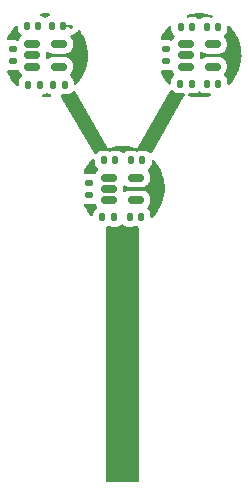
<source format=gbr>
%TF.GenerationSoftware,KiCad,Pcbnew,8.0.8-8.0.8-0~ubuntu22.04.1*%
%TF.CreationDate,2025-03-19T14:37:52-04:00*%
%TF.ProjectId,hpk_5mm,68706b5f-356d-46d2-9e6b-696361645f70,rev?*%
%TF.SameCoordinates,Original*%
%TF.FileFunction,Copper,L1,Top*%
%TF.FilePolarity,Positive*%
%FSLAX46Y46*%
G04 Gerber Fmt 4.6, Leading zero omitted, Abs format (unit mm)*
G04 Created by KiCad (PCBNEW 8.0.8-8.0.8-0~ubuntu22.04.1) date 2025-03-19 14:37:52*
%MOMM*%
%LPD*%
G01*
G04 APERTURE LIST*
G04 Aperture macros list*
%AMRoundRect*
0 Rectangle with rounded corners*
0 $1 Rounding radius*
0 $2 $3 $4 $5 $6 $7 $8 $9 X,Y pos of 4 corners*
0 Add a 4 corners polygon primitive as box body*
4,1,4,$2,$3,$4,$5,$6,$7,$8,$9,$2,$3,0*
0 Add four circle primitives for the rounded corners*
1,1,$1+$1,$2,$3*
1,1,$1+$1,$4,$5*
1,1,$1+$1,$6,$7*
1,1,$1+$1,$8,$9*
0 Add four rect primitives between the rounded corners*
20,1,$1+$1,$2,$3,$4,$5,0*
20,1,$1+$1,$4,$5,$6,$7,0*
20,1,$1+$1,$6,$7,$8,$9,0*
20,1,$1+$1,$8,$9,$2,$3,0*%
G04 Aperture macros list end*
%TA.AperFunction,SMDPad,CuDef*%
%ADD10RoundRect,0.135000X-0.185000X0.135000X-0.185000X-0.135000X0.185000X-0.135000X0.185000X0.135000X0*%
%TD*%
%TA.AperFunction,SMDPad,CuDef*%
%ADD11RoundRect,0.140000X0.140000X0.170000X-0.140000X0.170000X-0.140000X-0.170000X0.140000X-0.170000X0*%
%TD*%
%TA.AperFunction,SMDPad,CuDef*%
%ADD12RoundRect,0.140000X-0.140000X-0.170000X0.140000X-0.170000X0.140000X0.170000X-0.140000X0.170000X0*%
%TD*%
%TA.AperFunction,SMDPad,CuDef*%
%ADD13RoundRect,0.150000X-0.512500X-0.150000X0.512500X-0.150000X0.512500X0.150000X-0.512500X0.150000X0*%
%TD*%
%TA.AperFunction,SMDPad,CuDef*%
%ADD14RoundRect,0.135000X0.135000X0.185000X-0.135000X0.185000X-0.135000X-0.185000X0.135000X-0.185000X0*%
%TD*%
%TA.AperFunction,SMDPad,CuDef*%
%ADD15RoundRect,0.135000X-0.135000X-0.185000X0.135000X-0.185000X0.135000X0.185000X-0.135000X0.185000X0*%
%TD*%
%TA.AperFunction,ViaPad*%
%ADD16C,0.355600*%
%TD*%
%TA.AperFunction,Conductor*%
%ADD17C,0.200000*%
%TD*%
G04 APERTURE END LIST*
D10*
%TO.P,R12,1*%
%TO.N,Net-(C11-Pad2)*%
X143700000Y-80790000D03*
%TO.P,R12,2*%
%TO.N,/sipm_tia3/VOUT*%
X143700000Y-81810000D03*
%TD*%
D11*
%TO.P,C2,1*%
%TO.N,/sipm_tia1/V+*%
X141460000Y-67500000D03*
%TO.P,C2,2*%
%TO.N,GND*%
X140500000Y-67500000D03*
%TD*%
D10*
%TO.P,R8,1*%
%TO.N,Net-(C7-Pad2)*%
X150200000Y-69490000D03*
%TO.P,R8,2*%
%TO.N,/sipm_tia2/VOUT*%
X150200000Y-70510000D03*
%TD*%
D12*
%TO.P,C4,1*%
%TO.N,/sipm_tia1/V-*%
X138420000Y-67500000D03*
%TO.P,C4,2*%
%TO.N,GND*%
X139380000Y-67500000D03*
%TD*%
D13*
%TO.P,U2,1*%
%TO.N,Net-(C7-Pad2)*%
X151862500Y-69050000D03*
%TO.P,U2,2,V-*%
%TO.N,/sipm_tia1/V-*%
X151862500Y-70000000D03*
%TO.P,U2,3,+*%
%TO.N,GND*%
X151862500Y-70950000D03*
%TO.P,U2,4,-*%
%TO.N,Net-(D2-A)*%
X154137500Y-70950000D03*
%TO.P,U2,5,V+*%
%TO.N,/sipm_tia1/V+*%
X154137500Y-69050000D03*
%TD*%
%TO.P,U3,1*%
%TO.N,Net-(C11-Pad2)*%
X145362500Y-80350000D03*
%TO.P,U3,2,V-*%
%TO.N,/sipm_tia1/V-*%
X145362500Y-81300000D03*
%TO.P,U3,3,+*%
%TO.N,GND*%
X145362500Y-82250000D03*
%TO.P,U3,4,-*%
%TO.N,Net-(D3-A)*%
X147637500Y-82250000D03*
%TO.P,U3,5,V+*%
%TO.N,/sipm_tia1/V+*%
X147637500Y-80350000D03*
%TD*%
D14*
%TO.P,R3,1*%
%TO.N,Net-(D1-A)*%
X139510000Y-72500000D03*
%TO.P,R3,2*%
%TO.N,Net-(C3-Pad2)*%
X138490000Y-72500000D03*
%TD*%
D12*
%TO.P,C6,1*%
%TO.N,/sipm_tia1/V+*%
X153620000Y-67600000D03*
%TO.P,C6,2*%
%TO.N,GND*%
X154580000Y-67600000D03*
%TD*%
%TO.P,C8,1*%
%TO.N,/sipm_tia1/V-*%
X151420000Y-67600000D03*
%TO.P,C8,2*%
%TO.N,GND*%
X152380000Y-67600000D03*
%TD*%
%TO.P,C11,1*%
%TO.N,Net-(D3-A)*%
X147120000Y-83700000D03*
%TO.P,C11,2*%
%TO.N,Net-(C11-Pad2)*%
X148080000Y-83700000D03*
%TD*%
%TO.P,C10,1*%
%TO.N,/sipm_tia1/V+*%
X147220000Y-78900000D03*
%TO.P,C10,2*%
%TO.N,GND*%
X148180000Y-78900000D03*
%TD*%
D15*
%TO.P,R11,1*%
%TO.N,Net-(D3-A)*%
X144790000Y-83700000D03*
%TO.P,R11,2*%
%TO.N,Net-(C11-Pad2)*%
X145810000Y-83700000D03*
%TD*%
D12*
%TO.P,C3,1*%
%TO.N,Net-(D1-A)*%
X140640000Y-72500000D03*
%TO.P,C3,2*%
%TO.N,Net-(C3-Pad2)*%
X141600000Y-72500000D03*
%TD*%
D15*
%TO.P,R7,1*%
%TO.N,Net-(D2-A)*%
X151380000Y-72400000D03*
%TO.P,R7,2*%
%TO.N,Net-(C7-Pad2)*%
X152400000Y-72400000D03*
%TD*%
D12*
%TO.P,C7,1*%
%TO.N,Net-(D2-A)*%
X153640000Y-72400000D03*
%TO.P,C7,2*%
%TO.N,Net-(C7-Pad2)*%
X154600000Y-72400000D03*
%TD*%
%TO.P,C12,1*%
%TO.N,/sipm_tia1/V-*%
X144920000Y-78900000D03*
%TO.P,C12,2*%
%TO.N,GND*%
X145880000Y-78900000D03*
%TD*%
D10*
%TO.P,R4,1*%
%TO.N,Net-(C3-Pad2)*%
X137200000Y-69490000D03*
%TO.P,R4,2*%
%TO.N,/sipm_tia1/VOUT*%
X137200000Y-70510000D03*
%TD*%
D13*
%TO.P,U1,1*%
%TO.N,Net-(C3-Pad2)*%
X138862500Y-69050000D03*
%TO.P,U1,2,V-*%
%TO.N,/sipm_tia1/V-*%
X138862500Y-70000000D03*
%TO.P,U1,3,+*%
%TO.N,GND*%
X138862500Y-70950000D03*
%TO.P,U1,4,-*%
%TO.N,Net-(D1-A)*%
X141137500Y-70950000D03*
%TO.P,U1,5,V+*%
%TO.N,/sipm_tia1/V+*%
X141137500Y-69050000D03*
%TD*%
D16*
%TO.N,/sipm_tia1/V+*%
X142113000Y-67564000D03*
%TD*%
D17*
%TO.N,/sipm_tia1/V+*%
X141460000Y-67500000D02*
X142049000Y-67500000D01*
X142049000Y-67500000D02*
X142113000Y-67564000D01*
%TD*%
%TA.AperFunction,Conductor*%
%TO.N,/sipm_tia1/VBIAS*%
G36*
X146509796Y-84321449D02*
G01*
X146554145Y-84349950D01*
X146584307Y-84380112D01*
X146584311Y-84380115D01*
X146584313Y-84380117D01*
X146723605Y-84462494D01*
X146764587Y-84474400D01*
X146879002Y-84507642D01*
X146879005Y-84507642D01*
X146879007Y-84507643D01*
X146915310Y-84510500D01*
X146915318Y-84510500D01*
X147324682Y-84510500D01*
X147324690Y-84510500D01*
X147360993Y-84507643D01*
X147360995Y-84507642D01*
X147360997Y-84507642D01*
X147411618Y-84492935D01*
X147516395Y-84462494D01*
X147536879Y-84450379D01*
X147604601Y-84433196D01*
X147663119Y-84450379D01*
X147683605Y-84462494D01*
X147782486Y-84491221D01*
X147841369Y-84528826D01*
X147870576Y-84592299D01*
X147868928Y-84622211D01*
X147869723Y-84622236D01*
X147869285Y-84636200D01*
X147869285Y-84636201D01*
X147869285Y-84636202D01*
X147870197Y-84640866D01*
X147872500Y-84664654D01*
X147872500Y-106006500D01*
X147852815Y-106073539D01*
X147800011Y-106119294D01*
X147748500Y-106130500D01*
X145251500Y-106130500D01*
X145184461Y-106110815D01*
X145138706Y-106058011D01*
X145127500Y-106006500D01*
X145127500Y-84664655D01*
X145129803Y-84640867D01*
X145130715Y-84636203D01*
X145130713Y-84636198D01*
X145130580Y-84631923D01*
X145129936Y-84626913D01*
X145129883Y-84626924D01*
X145125117Y-84602966D01*
X145129174Y-84602158D01*
X145124150Y-84555413D01*
X145155427Y-84492935D01*
X145183051Y-84470705D01*
X145236882Y-84438869D01*
X145304602Y-84421688D01*
X145363117Y-84438869D01*
X145420607Y-84472869D01*
X145420610Y-84472869D01*
X145420612Y-84472871D01*
X145574791Y-84517664D01*
X145574794Y-84517664D01*
X145574796Y-84517665D01*
X145610819Y-84520500D01*
X146009180Y-84520499D01*
X146045204Y-84517665D01*
X146199393Y-84472869D01*
X146337598Y-84391135D01*
X146378782Y-84349951D01*
X146440105Y-84316465D01*
X146509796Y-84321449D01*
G37*
%TD.AperFunction*%
%TA.AperFunction,Conductor*%
G36*
X149165703Y-78885693D02*
G01*
X149179871Y-78900157D01*
X149354206Y-79109958D01*
X149361629Y-79119857D01*
X149554065Y-79405093D01*
X149560464Y-79415682D01*
X149723515Y-79718674D01*
X149728827Y-79729848D01*
X149860869Y-80047572D01*
X149865042Y-80059220D01*
X149964767Y-80388534D01*
X149967758Y-80400540D01*
X150034168Y-80738155D01*
X150035947Y-80750400D01*
X150068380Y-81092944D01*
X150068930Y-81105304D01*
X150067065Y-81449372D01*
X150066381Y-81461726D01*
X150030236Y-81803903D01*
X150028324Y-81816127D01*
X149958259Y-82152997D01*
X149955138Y-82164970D01*
X149851853Y-82493176D01*
X149847555Y-82504778D01*
X149712073Y-82821062D01*
X149706640Y-82832178D01*
X149540315Y-83133382D01*
X149533801Y-83143902D01*
X149338280Y-83427041D01*
X149330750Y-83436858D01*
X149107998Y-83699090D01*
X149099529Y-83708107D01*
X149070537Y-83736041D01*
X149008602Y-83768381D01*
X148939015Y-83762102D01*
X148883869Y-83719199D01*
X148860673Y-83653292D01*
X148860500Y-83646746D01*
X148860500Y-83465317D01*
X148860499Y-83465302D01*
X148859359Y-83450819D01*
X148857643Y-83429007D01*
X148853514Y-83414796D01*
X148812495Y-83273609D01*
X148812494Y-83273606D01*
X148812494Y-83273605D01*
X148730117Y-83134313D01*
X148730115Y-83134311D01*
X148730112Y-83134307D01*
X148620556Y-83024751D01*
X148587071Y-82963428D01*
X148592055Y-82893736D01*
X148620553Y-82849392D01*
X148668081Y-82801865D01*
X148751744Y-82660398D01*
X148797598Y-82502569D01*
X148800500Y-82465694D01*
X148800500Y-82034306D01*
X148797598Y-81997431D01*
X148751744Y-81839602D01*
X148668081Y-81698135D01*
X148668079Y-81698133D01*
X148668076Y-81698129D01*
X148551870Y-81581923D01*
X148551862Y-81581917D01*
X148410396Y-81498255D01*
X148410393Y-81498254D01*
X148252573Y-81452402D01*
X148252567Y-81452401D01*
X148215701Y-81449500D01*
X148215694Y-81449500D01*
X147059306Y-81449500D01*
X147059298Y-81449500D01*
X147022432Y-81452401D01*
X147022426Y-81452402D01*
X146864606Y-81498254D01*
X146864603Y-81498255D01*
X146716420Y-81585890D01*
X146715345Y-81584073D01*
X146660448Y-81605620D01*
X146591932Y-81591931D01*
X146541694Y-81543373D01*
X146525500Y-81482104D01*
X146525500Y-81117895D01*
X146545185Y-81050856D01*
X146597989Y-81005101D01*
X146667147Y-80995157D01*
X146715496Y-81015671D01*
X146716420Y-81014110D01*
X146757034Y-81038128D01*
X146864602Y-81101744D01*
X146906224Y-81113836D01*
X147022426Y-81147597D01*
X147022429Y-81147597D01*
X147022431Y-81147598D01*
X147059306Y-81150500D01*
X147059314Y-81150500D01*
X148215686Y-81150500D01*
X148215694Y-81150500D01*
X148252569Y-81147598D01*
X148252571Y-81147597D01*
X148252573Y-81147597D01*
X148294191Y-81135505D01*
X148410398Y-81101744D01*
X148551865Y-81018081D01*
X148668081Y-80901865D01*
X148751744Y-80760398D01*
X148797598Y-80602569D01*
X148800500Y-80565694D01*
X148800500Y-80134306D01*
X148797598Y-80097431D01*
X148784776Y-80053299D01*
X148751745Y-79939606D01*
X148751744Y-79939603D01*
X148751744Y-79939602D01*
X148668081Y-79798135D01*
X148668079Y-79798133D01*
X148668076Y-79798129D01*
X148661813Y-79791866D01*
X148628328Y-79730543D01*
X148633312Y-79660851D01*
X148675184Y-79604918D01*
X148686365Y-79597457D01*
X148715687Y-79580117D01*
X148830117Y-79465687D01*
X148912494Y-79326395D01*
X148957643Y-79170993D01*
X148960500Y-79134690D01*
X148960500Y-78979406D01*
X148980185Y-78912367D01*
X149032989Y-78866612D01*
X149102147Y-78856668D01*
X149165703Y-78885693D01*
G37*
%TD.AperFunction*%
%TA.AperFunction,Conductor*%
G36*
X144156407Y-82548423D02*
G01*
X144215077Y-82586365D01*
X144240209Y-82632703D01*
X144248255Y-82660396D01*
X144331919Y-82801866D01*
X144333925Y-82804452D01*
X144334865Y-82806847D01*
X144335890Y-82808580D01*
X144335610Y-82808745D01*
X144359459Y-82869490D01*
X144345777Y-82938007D01*
X144299066Y-82987182D01*
X144262402Y-83008865D01*
X144262396Y-83008869D01*
X144148869Y-83122396D01*
X144148863Y-83122404D01*
X144067131Y-83260606D01*
X144067129Y-83260611D01*
X144022335Y-83414791D01*
X144022334Y-83414797D01*
X144019500Y-83450811D01*
X144019500Y-83511675D01*
X143999815Y-83578714D01*
X143947011Y-83624469D01*
X143877853Y-83634413D01*
X143814297Y-83605388D01*
X143800994Y-83591954D01*
X143669234Y-83436842D01*
X143661715Y-83427037D01*
X143466202Y-83143906D01*
X143459688Y-83133388D01*
X143453623Y-83122404D01*
X143293351Y-82832162D01*
X143287930Y-82821070D01*
X143254075Y-82742036D01*
X143245774Y-82672665D01*
X143276296Y-82609814D01*
X143335952Y-82573443D01*
X143402652Y-82574136D01*
X143414796Y-82577665D01*
X143450819Y-82580500D01*
X143949180Y-82580499D01*
X143985204Y-82577665D01*
X144086540Y-82548224D01*
X144156407Y-82548423D01*
G37*
%TD.AperFunction*%
%TA.AperFunction,Conductor*%
G36*
X144059735Y-78755131D02*
G01*
X144115341Y-78797436D01*
X144139249Y-78863088D01*
X144139500Y-78870973D01*
X144139500Y-79134697D01*
X144142356Y-79170991D01*
X144142357Y-79170997D01*
X144187504Y-79326390D01*
X144187505Y-79326393D01*
X144269881Y-79465684D01*
X144269887Y-79465692D01*
X144379443Y-79575248D01*
X144412928Y-79636571D01*
X144407944Y-79706263D01*
X144379443Y-79750610D01*
X144331923Y-79798129D01*
X144331917Y-79798137D01*
X144248255Y-79939603D01*
X144248253Y-79939606D01*
X144240210Y-79967294D01*
X144202604Y-80026180D01*
X144139131Y-80055386D01*
X144086539Y-80051775D01*
X143985208Y-80022335D01*
X143985202Y-80022334D01*
X143949181Y-80019500D01*
X143450830Y-80019500D01*
X143450808Y-80019501D01*
X143414798Y-80022334D01*
X143401561Y-80026180D01*
X143361551Y-80037803D01*
X143291683Y-80037604D01*
X143233013Y-79999661D01*
X143204170Y-79936023D01*
X143212452Y-79871142D01*
X143271175Y-79729840D01*
X143276484Y-79718674D01*
X143439542Y-79415667D01*
X143445928Y-79405101D01*
X143638374Y-79119851D01*
X143645786Y-79109966D01*
X143865714Y-78845297D01*
X143874040Y-78836238D01*
X143928506Y-78782610D01*
X143990084Y-78749606D01*
X144059735Y-78755131D01*
G37*
%TD.AperFunction*%
%TA.AperFunction,Conductor*%
G36*
X150729991Y-72969964D02*
G01*
X150741019Y-72979753D01*
X150852396Y-73091130D01*
X150852400Y-73091133D01*
X150852402Y-73091135D01*
X150990607Y-73172869D01*
X151015538Y-73180112D01*
X151144791Y-73217664D01*
X151144794Y-73217664D01*
X151144796Y-73217665D01*
X151180819Y-73220500D01*
X151579180Y-73220499D01*
X151615204Y-73217665D01*
X151620590Y-73216100D01*
X151690460Y-73216299D01*
X151749130Y-73254241D01*
X151777974Y-73317879D01*
X151767833Y-73387009D01*
X151744348Y-73421351D01*
X151742070Y-73423707D01*
X151728760Y-73446759D01*
X151727487Y-73448913D01*
X151709432Y-73478771D01*
X151706494Y-73485324D01*
X148959561Y-78243009D01*
X148908994Y-78291224D01*
X148840386Y-78304446D01*
X148775522Y-78278478D01*
X148764494Y-78268689D01*
X148715692Y-78219887D01*
X148715684Y-78219881D01*
X148625930Y-78166801D01*
X148576395Y-78137506D01*
X148576394Y-78137505D01*
X148576393Y-78137505D01*
X148576390Y-78137504D01*
X148420997Y-78092357D01*
X148420991Y-78092356D01*
X148384697Y-78089500D01*
X148384690Y-78089500D01*
X147975310Y-78089500D01*
X147975302Y-78089500D01*
X147939008Y-78092356D01*
X147939002Y-78092357D01*
X147783608Y-78137504D01*
X147783602Y-78137506D01*
X147763120Y-78149620D01*
X147695396Y-78166801D01*
X147636880Y-78149620D01*
X147616397Y-78137506D01*
X147616391Y-78137504D01*
X147460997Y-78092357D01*
X147460991Y-78092356D01*
X147424697Y-78089500D01*
X147424690Y-78089500D01*
X147015310Y-78089500D01*
X147015302Y-78089500D01*
X146979008Y-78092356D01*
X146979002Y-78092357D01*
X146823609Y-78137504D01*
X146823606Y-78137505D01*
X146684315Y-78219881D01*
X146684307Y-78219887D01*
X146637681Y-78266514D01*
X146576358Y-78299999D01*
X146506666Y-78295015D01*
X146462319Y-78266514D01*
X146415692Y-78219887D01*
X146415684Y-78219881D01*
X146325930Y-78166801D01*
X146276395Y-78137506D01*
X146276394Y-78137505D01*
X146276393Y-78137505D01*
X146276390Y-78137504D01*
X146120997Y-78092357D01*
X146120991Y-78092356D01*
X146084697Y-78089500D01*
X146084690Y-78089500D01*
X145675310Y-78089500D01*
X145675302Y-78089500D01*
X145639008Y-78092356D01*
X145639002Y-78092357D01*
X145483608Y-78137504D01*
X145483602Y-78137506D01*
X145463120Y-78149620D01*
X145395396Y-78166801D01*
X145336880Y-78149620D01*
X145316397Y-78137506D01*
X145316391Y-78137504D01*
X145160997Y-78092357D01*
X145160991Y-78092356D01*
X145124697Y-78089500D01*
X145124690Y-78089500D01*
X144715310Y-78089500D01*
X144715302Y-78089500D01*
X144679008Y-78092356D01*
X144679002Y-78092357D01*
X144523609Y-78137504D01*
X144523606Y-78137505D01*
X144384315Y-78219881D01*
X144384311Y-78219884D01*
X144272107Y-78332088D01*
X144210784Y-78365572D01*
X144141092Y-78360588D01*
X144085159Y-78318716D01*
X144077040Y-78306407D01*
X144073340Y-78299999D01*
X141414420Y-73694748D01*
X141299959Y-73496501D01*
X141283485Y-73428601D01*
X141306337Y-73362574D01*
X141361257Y-73319383D01*
X141407345Y-73310500D01*
X141804682Y-73310500D01*
X141804690Y-73310500D01*
X141840993Y-73307643D01*
X141840995Y-73307642D01*
X141840997Y-73307642D01*
X141892771Y-73292600D01*
X141996395Y-73262494D01*
X142135687Y-73180117D01*
X142250117Y-73065687D01*
X142262889Y-73044089D01*
X142313955Y-72996406D01*
X142382696Y-72983899D01*
X142447287Y-73010543D01*
X142477008Y-73045207D01*
X145206495Y-77772677D01*
X145209436Y-77779235D01*
X145227470Y-77809057D01*
X145228748Y-77811220D01*
X145242070Y-77834293D01*
X145243834Y-77836119D01*
X145243837Y-77836121D01*
X145243838Y-77836122D01*
X145260165Y-77846775D01*
X145267884Y-77852243D01*
X145280385Y-77861835D01*
X145285416Y-77864316D01*
X145290216Y-77867052D01*
X145292581Y-77867925D01*
X145292582Y-77867926D01*
X145304900Y-77869527D01*
X145320985Y-77872712D01*
X145329379Y-77874962D01*
X145329384Y-77874961D01*
X145341571Y-77875760D01*
X145341559Y-77875932D01*
X145345063Y-77875929D01*
X145350294Y-77875430D01*
X145350295Y-77875429D01*
X145350299Y-77875430D01*
X145355341Y-77873761D01*
X145378112Y-77868544D01*
X145379668Y-77868340D01*
X145379672Y-77868337D01*
X145389052Y-77865153D01*
X145403218Y-77859184D01*
X145686341Y-77779651D01*
X145697330Y-77777098D01*
X146006789Y-77719964D01*
X146017986Y-77718420D01*
X146331363Y-77689733D01*
X146342667Y-77689218D01*
X146657333Y-77689218D01*
X146668636Y-77689734D01*
X146982018Y-77718420D01*
X146993195Y-77719960D01*
X147302657Y-77777096D01*
X147313672Y-77779655D01*
X147572069Y-77852243D01*
X147596767Y-77859181D01*
X147610971Y-77865165D01*
X147620327Y-77868341D01*
X147620328Y-77868341D01*
X147620330Y-77868342D01*
X147621883Y-77868546D01*
X147644643Y-77873759D01*
X147649699Y-77875432D01*
X147649701Y-77875431D01*
X147649702Y-77875432D01*
X147654934Y-77875931D01*
X147658442Y-77875934D01*
X147658431Y-77875761D01*
X147670613Y-77874962D01*
X147670619Y-77874963D01*
X147679003Y-77872716D01*
X147695092Y-77869530D01*
X147707416Y-77867928D01*
X147707417Y-77867927D01*
X147707419Y-77867927D01*
X147709774Y-77867057D01*
X147714595Y-77864309D01*
X147719604Y-77861838D01*
X147719613Y-77861836D01*
X147732106Y-77852249D01*
X147739820Y-77846784D01*
X147756160Y-77836124D01*
X147756162Y-77836121D01*
X147757930Y-77834291D01*
X147759852Y-77830960D01*
X147759855Y-77830959D01*
X147771311Y-77811115D01*
X147772528Y-77809057D01*
X147786279Y-77786321D01*
X147786279Y-77786319D01*
X147790573Y-77779220D01*
X147793510Y-77772665D01*
X150545954Y-73005430D01*
X150596519Y-72957218D01*
X150665126Y-72943996D01*
X150729991Y-72969964D01*
G37*
%TD.AperFunction*%
%TA.AperFunction,Conductor*%
G36*
X140143391Y-73203228D02*
G01*
X140172595Y-73220499D01*
X140243605Y-73262494D01*
X140279312Y-73272868D01*
X140402045Y-73308526D01*
X140460931Y-73346132D01*
X140490137Y-73409605D01*
X140480391Y-73478791D01*
X140434787Y-73531726D01*
X140375111Y-73551365D01*
X140043136Y-73571914D01*
X140030362Y-73572046D01*
X139772099Y-73561387D01*
X139705928Y-73538954D01*
X139662389Y-73484308D01*
X139655306Y-73414799D01*
X139686927Y-73352494D01*
X139742618Y-73318415D01*
X139745197Y-73317665D01*
X139745204Y-73317665D01*
X139899393Y-73272869D01*
X140017150Y-73203227D01*
X140084873Y-73186045D01*
X140143391Y-73203228D01*
G37*
%TD.AperFunction*%
%TA.AperFunction,Conductor*%
G36*
X153064793Y-73056446D02*
G01*
X153096820Y-73077044D01*
X153098147Y-73075334D01*
X153104310Y-73080114D01*
X153104313Y-73080117D01*
X153243605Y-73162494D01*
X153279312Y-73172868D01*
X153399002Y-73207642D01*
X153399005Y-73207642D01*
X153399007Y-73207643D01*
X153435310Y-73210500D01*
X153435318Y-73210500D01*
X153844682Y-73210500D01*
X153844690Y-73210500D01*
X153856082Y-73209603D01*
X153924458Y-73223966D01*
X153974216Y-73273017D01*
X153989556Y-73341181D01*
X153965609Y-73406819D01*
X153909976Y-73449090D01*
X153896176Y-73453446D01*
X153701417Y-73502635D01*
X153688886Y-73505121D01*
X153337325Y-73556212D01*
X153324605Y-73557396D01*
X152969637Y-73572046D01*
X152956863Y-73571914D01*
X152602287Y-73549966D01*
X152589594Y-73548521D01*
X152239156Y-73490208D01*
X152226679Y-73487465D01*
X152132799Y-73461689D01*
X152073364Y-73424957D01*
X152043222Y-73361923D01*
X152051945Y-73292600D01*
X152096761Y-73238997D01*
X152163443Y-73218133D01*
X152175352Y-73218495D01*
X152200819Y-73220500D01*
X152599180Y-73220499D01*
X152635204Y-73217665D01*
X152789393Y-73172869D01*
X152927598Y-73091135D01*
X152933781Y-73084951D01*
X152995101Y-73051465D01*
X153064793Y-73056446D01*
G37*
%TD.AperFunction*%
%TA.AperFunction,Conductor*%
G36*
X137656407Y-71248423D02*
G01*
X137715077Y-71286365D01*
X137740209Y-71332703D01*
X137748255Y-71360396D01*
X137748256Y-71360398D01*
X137785681Y-71423681D01*
X137831917Y-71501862D01*
X137831923Y-71501870D01*
X137948129Y-71618076D01*
X137952469Y-71621442D01*
X137993380Y-71678082D01*
X137997175Y-71747848D01*
X137964158Y-71807108D01*
X137848866Y-71922400D01*
X137848863Y-71922404D01*
X137767131Y-72060606D01*
X137767129Y-72060611D01*
X137722335Y-72214791D01*
X137722334Y-72214797D01*
X137719500Y-72250811D01*
X137719500Y-72465572D01*
X137699815Y-72532611D01*
X137647011Y-72578366D01*
X137577853Y-72588310D01*
X137514297Y-72559285D01*
X137509829Y-72555218D01*
X137406617Y-72456582D01*
X137397848Y-72447292D01*
X137167631Y-72176723D01*
X137159864Y-72166579D01*
X137085801Y-72058768D01*
X136958698Y-71873746D01*
X136952028Y-71862876D01*
X136782055Y-71550893D01*
X136776535Y-71539387D01*
X136771749Y-71527933D01*
X136732918Y-71434997D01*
X136725235Y-71365551D01*
X136756317Y-71302976D01*
X136816296Y-71267139D01*
X136881927Y-71268116D01*
X136914791Y-71277664D01*
X136914794Y-71277664D01*
X136914796Y-71277665D01*
X136950819Y-71280500D01*
X137449180Y-71280499D01*
X137485204Y-71277665D01*
X137586540Y-71248224D01*
X137656407Y-71248423D01*
G37*
%TD.AperFunction*%
%TA.AperFunction,Conductor*%
G36*
X155565703Y-67519747D02*
G01*
X155576233Y-67530028D01*
X155710104Y-67677238D01*
X155759041Y-67731052D01*
X155767137Y-67740933D01*
X155977847Y-68026966D01*
X155984881Y-68037622D01*
X156137607Y-68297189D01*
X156165048Y-68343826D01*
X156170949Y-68355154D01*
X156183154Y-68381853D01*
X156318645Y-68678248D01*
X156323351Y-68690124D01*
X156356382Y-68787927D01*
X156417882Y-68970028D01*
X156437024Y-69026705D01*
X156440483Y-69039003D01*
X156518924Y-69385502D01*
X156521099Y-69398091D01*
X156563473Y-69750816D01*
X156564341Y-69763561D01*
X156570200Y-70118764D01*
X156569753Y-70131532D01*
X156539032Y-70485470D01*
X156537273Y-70498122D01*
X156470302Y-70847014D01*
X156467251Y-70859419D01*
X156374949Y-71165694D01*
X156364742Y-71199561D01*
X156360430Y-71211587D01*
X156223464Y-71539387D01*
X156217938Y-71550905D01*
X156047976Y-71862867D01*
X156041297Y-71873751D01*
X156041296Y-71873755D01*
X156041295Y-71873756D01*
X155840134Y-72166580D01*
X155832367Y-72176722D01*
X155602147Y-72447296D01*
X155593381Y-72456584D01*
X155590174Y-72459649D01*
X155528109Y-72491738D01*
X155458548Y-72485177D01*
X155403576Y-72442051D01*
X155380647Y-72376050D01*
X155380500Y-72370006D01*
X155380500Y-72165317D01*
X155380499Y-72165302D01*
X155379359Y-72150819D01*
X155377643Y-72129007D01*
X155376383Y-72124671D01*
X155332495Y-71973609D01*
X155332494Y-71973606D01*
X155332494Y-71973605D01*
X155250117Y-71834313D01*
X155250115Y-71834311D01*
X155250112Y-71834307D01*
X155130556Y-71714751D01*
X155097071Y-71653428D01*
X155102055Y-71583736D01*
X155130556Y-71539389D01*
X155168081Y-71501865D01*
X155251744Y-71360398D01*
X155297598Y-71202569D01*
X155300500Y-71165694D01*
X155300500Y-70734306D01*
X155297598Y-70697431D01*
X155251744Y-70539602D01*
X155168081Y-70398135D01*
X155168079Y-70398133D01*
X155168076Y-70398129D01*
X155051870Y-70281923D01*
X155051862Y-70281917D01*
X154910396Y-70198255D01*
X154910393Y-70198254D01*
X154752573Y-70152402D01*
X154752567Y-70152401D01*
X154715701Y-70149500D01*
X154715694Y-70149500D01*
X153559306Y-70149500D01*
X153559298Y-70149500D01*
X153522432Y-70152401D01*
X153522426Y-70152402D01*
X153364606Y-70198254D01*
X153364603Y-70198255D01*
X153216420Y-70285890D01*
X153215345Y-70284073D01*
X153160448Y-70305620D01*
X153091932Y-70291931D01*
X153041694Y-70243373D01*
X153025500Y-70182104D01*
X153025500Y-69817895D01*
X153045185Y-69750856D01*
X153097989Y-69705101D01*
X153167147Y-69695157D01*
X153215496Y-69715671D01*
X153216420Y-69714110D01*
X153257034Y-69738128D01*
X153364602Y-69801744D01*
X153406224Y-69813836D01*
X153522426Y-69847597D01*
X153522429Y-69847597D01*
X153522431Y-69847598D01*
X153559306Y-69850500D01*
X153559314Y-69850500D01*
X154715686Y-69850500D01*
X154715694Y-69850500D01*
X154752569Y-69847598D01*
X154752571Y-69847597D01*
X154752573Y-69847597D01*
X154854806Y-69817895D01*
X154910398Y-69801744D01*
X155051865Y-69718081D01*
X155168081Y-69601865D01*
X155251744Y-69460398D01*
X155297598Y-69302569D01*
X155300500Y-69265694D01*
X155300500Y-68834306D01*
X155297598Y-68797431D01*
X155294837Y-68787928D01*
X155251745Y-68639606D01*
X155251744Y-68639603D01*
X155251744Y-68639602D01*
X155168081Y-68498135D01*
X155168079Y-68498133D01*
X155168076Y-68498129D01*
X155120557Y-68450610D01*
X155087072Y-68389287D01*
X155092056Y-68319595D01*
X155120557Y-68275248D01*
X155230112Y-68165692D01*
X155230117Y-68165687D01*
X155312494Y-68026395D01*
X155357643Y-67870993D01*
X155360500Y-67834690D01*
X155360500Y-67613460D01*
X155380185Y-67546421D01*
X155432989Y-67500666D01*
X155502147Y-67490722D01*
X155565703Y-67519747D01*
G37*
%TD.AperFunction*%
%TA.AperFunction,Conductor*%
G36*
X142880068Y-67896113D02*
G01*
X142894428Y-67911915D01*
X142944824Y-67978010D01*
X142952035Y-67988551D01*
X143008635Y-68081207D01*
X143137238Y-68291734D01*
X143143327Y-68302965D01*
X143296346Y-68623579D01*
X143301247Y-68635376D01*
X143420467Y-68970028D01*
X143424129Y-68982268D01*
X143508287Y-69327430D01*
X143510669Y-69339980D01*
X143558867Y-69691946D01*
X143559946Y-69704675D01*
X143571675Y-70059737D01*
X143571439Y-70072510D01*
X143546574Y-70426909D01*
X143545024Y-70439590D01*
X143483830Y-70789529D01*
X143480985Y-70801982D01*
X143384108Y-71143784D01*
X143379996Y-71155879D01*
X143248468Y-71485898D01*
X143243133Y-71497506D01*
X143078350Y-71812234D01*
X143071849Y-71823231D01*
X142875560Y-72119335D01*
X142867963Y-72129605D01*
X142642246Y-72403948D01*
X142633632Y-72413382D01*
X142591642Y-72454860D01*
X142530114Y-72487969D01*
X142460455Y-72482557D01*
X142404779Y-72440343D01*
X142380764Y-72374730D01*
X142380500Y-72366643D01*
X142380500Y-72265317D01*
X142380499Y-72265302D01*
X142379359Y-72250819D01*
X142377643Y-72229007D01*
X142373514Y-72214796D01*
X142332495Y-72073609D01*
X142332494Y-72073606D01*
X142332494Y-72073605D01*
X142250117Y-71934313D01*
X142250115Y-71934311D01*
X142250112Y-71934307D01*
X142135692Y-71819887D01*
X142135684Y-71819881D01*
X142093805Y-71795114D01*
X142046122Y-71744045D01*
X142033618Y-71675303D01*
X142060263Y-71610714D01*
X142069236Y-71600709D01*
X142168081Y-71501865D01*
X142251744Y-71360398D01*
X142297598Y-71202569D01*
X142300500Y-71165694D01*
X142300500Y-70734306D01*
X142297598Y-70697431D01*
X142251744Y-70539602D01*
X142168081Y-70398135D01*
X142168079Y-70398133D01*
X142168076Y-70398129D01*
X142051870Y-70281923D01*
X142051862Y-70281917D01*
X141910396Y-70198255D01*
X141910393Y-70198254D01*
X141752573Y-70152402D01*
X141752567Y-70152401D01*
X141715701Y-70149500D01*
X141715694Y-70149500D01*
X140559306Y-70149500D01*
X140559298Y-70149500D01*
X140522432Y-70152401D01*
X140522426Y-70152402D01*
X140364606Y-70198254D01*
X140364603Y-70198255D01*
X140216420Y-70285890D01*
X140215345Y-70284073D01*
X140160448Y-70305620D01*
X140091932Y-70291931D01*
X140041694Y-70243373D01*
X140025500Y-70182104D01*
X140025500Y-69817895D01*
X140045185Y-69750856D01*
X140097989Y-69705101D01*
X140167147Y-69695157D01*
X140215496Y-69715671D01*
X140216420Y-69714110D01*
X140257034Y-69738128D01*
X140364602Y-69801744D01*
X140406224Y-69813836D01*
X140522426Y-69847597D01*
X140522429Y-69847597D01*
X140522431Y-69847598D01*
X140559306Y-69850500D01*
X140559314Y-69850500D01*
X141715686Y-69850500D01*
X141715694Y-69850500D01*
X141752569Y-69847598D01*
X141752571Y-69847597D01*
X141752573Y-69847597D01*
X141854806Y-69817895D01*
X141910398Y-69801744D01*
X142051865Y-69718081D01*
X142168081Y-69601865D01*
X142251744Y-69460398D01*
X142297598Y-69302569D01*
X142300500Y-69265694D01*
X142300500Y-68834306D01*
X142297598Y-68797431D01*
X142294837Y-68787928D01*
X142251745Y-68639606D01*
X142251744Y-68639603D01*
X142251744Y-68639602D01*
X142168081Y-68498135D01*
X142168079Y-68498133D01*
X142168076Y-68498129D01*
X142122980Y-68453033D01*
X142089495Y-68391710D01*
X142094479Y-68322018D01*
X142136351Y-68266085D01*
X142188354Y-68245215D01*
X142188078Y-68244095D01*
X142355291Y-68202881D01*
X142355291Y-68202880D01*
X142355295Y-68202880D01*
X142501148Y-68126330D01*
X142624444Y-68017100D01*
X142693773Y-67916659D01*
X142748054Y-67872670D01*
X142817503Y-67865010D01*
X142880068Y-67896113D01*
G37*
%TD.AperFunction*%
%TA.AperFunction,Conductor*%
G36*
X150656407Y-71248423D02*
G01*
X150715077Y-71286365D01*
X150740209Y-71332703D01*
X150748255Y-71360396D01*
X150748256Y-71360398D01*
X150785681Y-71423681D01*
X150831917Y-71501862D01*
X150831923Y-71501870D01*
X150857986Y-71527933D01*
X150891471Y-71589256D01*
X150886487Y-71658948D01*
X150855610Y-71701040D01*
X150857918Y-71703348D01*
X150738869Y-71822396D01*
X150738863Y-71822404D01*
X150657131Y-71960606D01*
X150657129Y-71960611D01*
X150612335Y-72114791D01*
X150612334Y-72114797D01*
X150609500Y-72150811D01*
X150609500Y-72356765D01*
X150589815Y-72423804D01*
X150537011Y-72469559D01*
X150467853Y-72479503D01*
X150404297Y-72450478D01*
X150398358Y-72444982D01*
X150366372Y-72413386D01*
X150357759Y-72403953D01*
X150132036Y-72129605D01*
X150124438Y-72119334D01*
X149928149Y-71823230D01*
X149921648Y-71812233D01*
X149914569Y-71798713D01*
X149756866Y-71497504D01*
X149751534Y-71485900D01*
X149730274Y-71432558D01*
X149723739Y-71362995D01*
X149755850Y-71300942D01*
X149816413Y-71266100D01*
X149880055Y-71267571D01*
X149914796Y-71277665D01*
X149950819Y-71280500D01*
X150449180Y-71280499D01*
X150485204Y-71277665D01*
X150586540Y-71248224D01*
X150656407Y-71248423D01*
G37*
%TD.AperFunction*%
%TA.AperFunction,Conductor*%
G36*
X137553277Y-67495355D02*
G01*
X137611133Y-67534527D01*
X137638626Y-67598761D01*
X137639500Y-67613460D01*
X137639500Y-67734697D01*
X137642356Y-67770991D01*
X137642357Y-67770997D01*
X137687504Y-67926390D01*
X137687505Y-67926393D01*
X137769881Y-68065684D01*
X137769887Y-68065692D01*
X137884307Y-68180112D01*
X137884316Y-68180119D01*
X137913626Y-68197453D01*
X137961310Y-68248522D01*
X137973813Y-68317264D01*
X137947167Y-68381853D01*
X137938187Y-68391866D01*
X137831920Y-68498133D01*
X137831917Y-68498137D01*
X137748255Y-68639603D01*
X137748253Y-68639606D01*
X137740210Y-68667294D01*
X137702604Y-68726180D01*
X137639131Y-68755386D01*
X137586539Y-68751775D01*
X137485208Y-68722335D01*
X137485202Y-68722334D01*
X137449181Y-68719500D01*
X136950830Y-68719500D01*
X136950808Y-68719501D01*
X136914794Y-68722335D01*
X136882245Y-68731791D01*
X136812376Y-68731590D01*
X136753707Y-68693647D01*
X136724865Y-68630008D01*
X136734877Y-68561162D01*
X136829055Y-68355145D01*
X136834946Y-68343835D01*
X137015127Y-68037608D01*
X137022138Y-68026985D01*
X137232868Y-67740924D01*
X137240952Y-67731059D01*
X137423762Y-67530033D01*
X137483428Y-67493679D01*
X137553277Y-67495355D01*
G37*
%TD.AperFunction*%
%TA.AperFunction,Conductor*%
G36*
X150555225Y-67497578D02*
G01*
X150612425Y-67537702D01*
X150638852Y-67602381D01*
X150639500Y-67615043D01*
X150639500Y-67834697D01*
X150642356Y-67870991D01*
X150642357Y-67870997D01*
X150687504Y-68026390D01*
X150687505Y-68026393D01*
X150687506Y-68026395D01*
X150710743Y-68065687D01*
X150769881Y-68165684D01*
X150769887Y-68165692D01*
X150879443Y-68275248D01*
X150912928Y-68336571D01*
X150907944Y-68406263D01*
X150879443Y-68450610D01*
X150831923Y-68498129D01*
X150831917Y-68498137D01*
X150748255Y-68639603D01*
X150748253Y-68639606D01*
X150740210Y-68667294D01*
X150702604Y-68726180D01*
X150639131Y-68755386D01*
X150586539Y-68751775D01*
X150485208Y-68722335D01*
X150485202Y-68722334D01*
X150449181Y-68719500D01*
X149950830Y-68719500D01*
X149950808Y-68719501D01*
X149914796Y-68722335D01*
X149880602Y-68732269D01*
X149810733Y-68732068D01*
X149752064Y-68694126D01*
X149723221Y-68630487D01*
X149733363Y-68561357D01*
X149734101Y-68559782D01*
X149740075Y-68547266D01*
X149856680Y-68302949D01*
X149862762Y-68291734D01*
X150047969Y-67988542D01*
X150055161Y-67978028D01*
X150270590Y-67695489D01*
X150278814Y-67685783D01*
X150425156Y-67530108D01*
X150485413Y-67494749D01*
X150555225Y-67497578D01*
G37*
%TD.AperFunction*%
%TA.AperFunction,Conductor*%
G36*
X153207119Y-66433834D02*
G01*
X153219865Y-66434597D01*
X153572935Y-66474069D01*
X153585509Y-66476135D01*
X153932662Y-66551727D01*
X153944970Y-66555080D01*
X154036895Y-66585285D01*
X154094437Y-66624912D01*
X154121422Y-66689360D01*
X154109280Y-66758166D01*
X154061866Y-66809486D01*
X153994233Y-66827024D01*
X153963590Y-66822164D01*
X153860991Y-66792356D01*
X153824697Y-66789500D01*
X153824690Y-66789500D01*
X153415310Y-66789500D01*
X153415302Y-66789500D01*
X153379008Y-66792356D01*
X153379002Y-66792357D01*
X153223609Y-66837504D01*
X153223606Y-66837505D01*
X153084315Y-66919881D01*
X153078147Y-66924666D01*
X153076541Y-66922596D01*
X153026358Y-66949999D01*
X152956666Y-66945015D01*
X152922901Y-66923314D01*
X152921853Y-66924666D01*
X152915684Y-66919881D01*
X152776393Y-66837505D01*
X152776390Y-66837504D01*
X152620997Y-66792357D01*
X152620991Y-66792356D01*
X152584697Y-66789500D01*
X152584690Y-66789500D01*
X152175310Y-66789500D01*
X152175302Y-66789500D01*
X152139008Y-66792356D01*
X152082154Y-66808874D01*
X152012284Y-66808674D01*
X151953615Y-66770731D01*
X151924772Y-66707092D01*
X151934914Y-66637963D01*
X151980820Y-66585290D01*
X152010799Y-66571372D01*
X152112103Y-66539930D01*
X152124456Y-66536784D01*
X152472808Y-66466939D01*
X152485421Y-66465080D01*
X152839112Y-66431449D01*
X152851842Y-66430897D01*
X153207119Y-66433834D01*
G37*
%TD.AperFunction*%
%TA.AperFunction,Conductor*%
G36*
X140160887Y-66431449D02*
G01*
X140285906Y-66443337D01*
X140350781Y-66469280D01*
X140391331Y-66526178D01*
X140394683Y-66595967D01*
X140359772Y-66656490D01*
X140297682Y-66688530D01*
X140283896Y-66690398D01*
X140259008Y-66692356D01*
X140259002Y-66692357D01*
X140103609Y-66737504D01*
X140103608Y-66737504D01*
X140003120Y-66796932D01*
X139935396Y-66814114D01*
X139876880Y-66796932D01*
X139811329Y-66758166D01*
X139776395Y-66737506D01*
X139776393Y-66737505D01*
X139776391Y-66737504D01*
X139776390Y-66737503D01*
X139621026Y-66692366D01*
X139562140Y-66654760D01*
X139532934Y-66591287D01*
X139542680Y-66522101D01*
X139588284Y-66469166D01*
X139641842Y-66450058D01*
X139780136Y-66434597D01*
X139792880Y-66433834D01*
X140148157Y-66430897D01*
X140160887Y-66431449D01*
G37*
%TD.AperFunction*%
%TD*%
M02*

</source>
